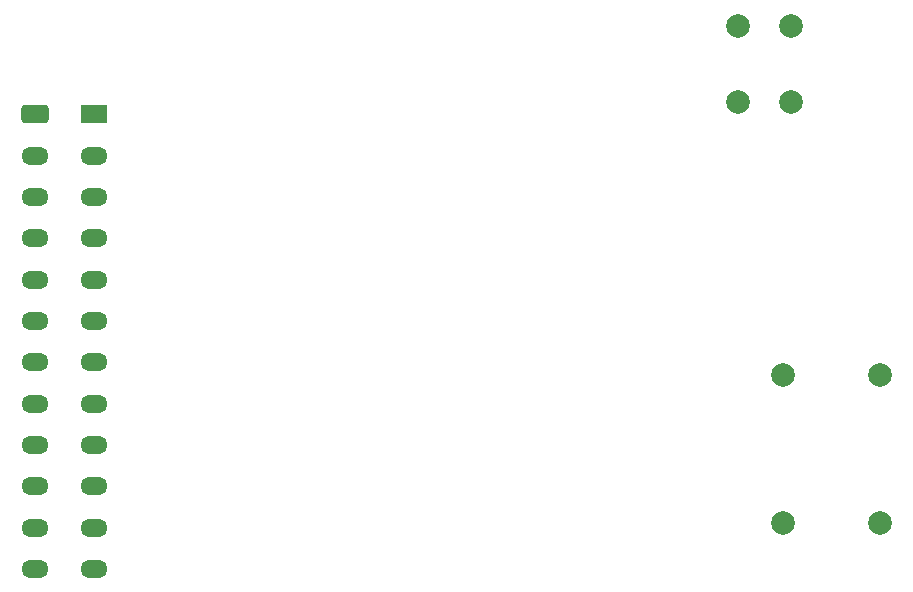
<source format=gbr>
%TF.GenerationSoftware,KiCad,Pcbnew,9.0.5*%
%TF.CreationDate,2026-02-20T11:52:18+01:00*%
%TF.ProjectId,Pekaway_rework,50656b61-7761-4795-9f72-65776f726b2e,rev?*%
%TF.SameCoordinates,Original*%
%TF.FileFunction,Soldermask,Bot*%
%TF.FilePolarity,Negative*%
%FSLAX46Y46*%
G04 Gerber Fmt 4.6, Leading zero omitted, Abs format (unit mm)*
G04 Created by KiCad (PCBNEW 9.0.5) date 2026-02-20 11:52:18*
%MOMM*%
%LPD*%
G01*
G04 APERTURE LIST*
G04 Aperture macros list*
%AMRoundRect*
0 Rectangle with rounded corners*
0 $1 Rounding radius*
0 $2 $3 $4 $5 $6 $7 $8 $9 X,Y pos of 4 corners*
0 Add a 4 corners polygon primitive as box body*
4,1,4,$2,$3,$4,$5,$6,$7,$8,$9,$2,$3,0*
0 Add four circle primitives for the rounded corners*
1,1,$1+$1,$2,$3*
1,1,$1+$1,$4,$5*
1,1,$1+$1,$6,$7*
1,1,$1+$1,$8,$9*
0 Add four rect primitives between the rounded corners*
20,1,$1+$1,$2,$3,$4,$5,0*
20,1,$1+$1,$4,$5,$6,$7,0*
20,1,$1+$1,$6,$7,$8,$9,0*
20,1,$1+$1,$8,$9,$2,$3,0*%
G04 Aperture macros list end*
%ADD10C,2.000000*%
%ADD11R,2.300000X1.500000*%
%ADD12RoundRect,0.250001X-0.899999X0.499999X-0.899999X-0.499999X0.899999X-0.499999X0.899999X0.499999X0*%
%ADD13O,2.300000X1.500000*%
G04 APERTURE END LIST*
D10*
%TO.C,J3*%
X179800000Y-88083400D03*
X187999999Y-88083400D03*
%TD*%
%TO.C,SW1*%
X180500000Y-46000000D03*
X180500000Y-52500000D03*
X176000000Y-46000000D03*
X176000000Y-52500000D03*
%TD*%
D11*
%TO.C,J5*%
X121500000Y-53500000D03*
D12*
X116500000Y-53500000D03*
D13*
X121500000Y-57000000D03*
X116500000Y-57000000D03*
X121500000Y-60500000D03*
X116500000Y-60500000D03*
X121500000Y-64000000D03*
X116500000Y-64000000D03*
X121500000Y-67500000D03*
X116500000Y-67500000D03*
X121500000Y-71000000D03*
X116500000Y-71000000D03*
X121500000Y-74500000D03*
X116500000Y-74500000D03*
X121500000Y-78000000D03*
X116500000Y-78000000D03*
X121500000Y-81500000D03*
X116500000Y-81500000D03*
X121500000Y-85000000D03*
X116500000Y-85000000D03*
X121500000Y-88500000D03*
X116500000Y-88500000D03*
X121500000Y-92000000D03*
X116500000Y-92000000D03*
%TD*%
D10*
%TO.C,J4*%
X179800000Y-75583400D03*
X187999999Y-75583400D03*
%TD*%
M02*

</source>
